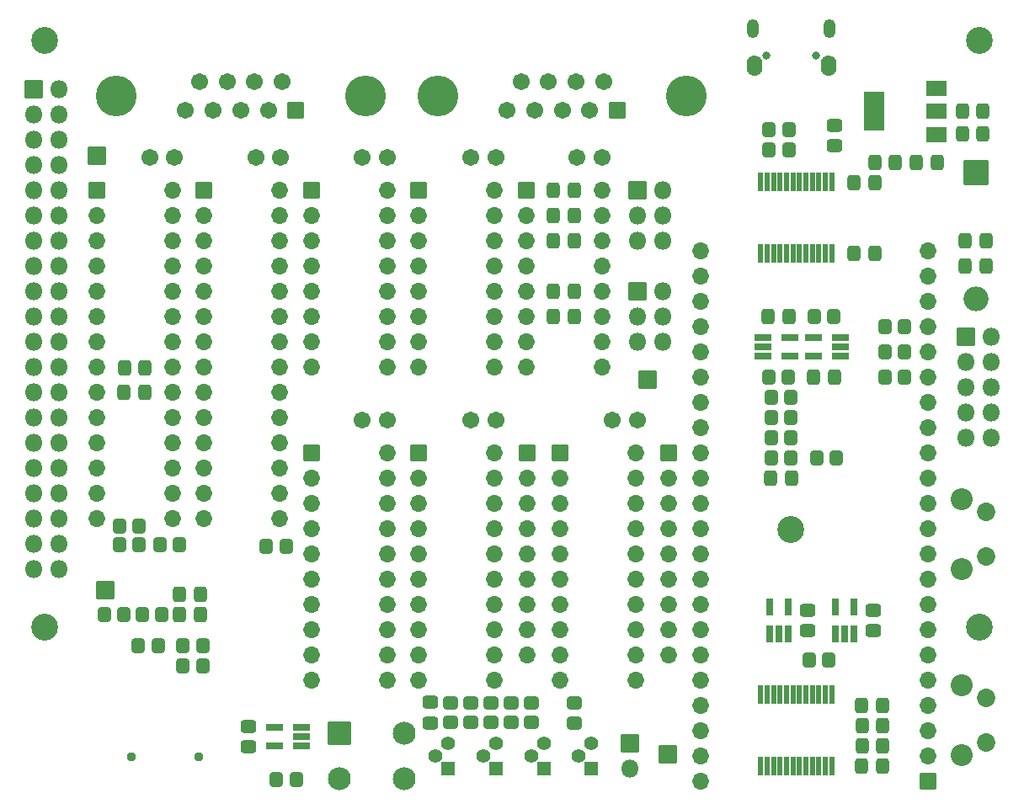
<source format=gbs>
G04 #@! TF.GenerationSoftware,KiCad,Pcbnew,7.0.2*
G04 #@! TF.CreationDate,2023-06-21T14:39:40-07:00*
G04 #@! TF.ProjectId,ESP32_Interface,45535033-325f-4496-9e74-657266616365,1*
G04 #@! TF.SameCoordinates,Original*
G04 #@! TF.FileFunction,Soldermask,Bot*
G04 #@! TF.FilePolarity,Negative*
%FSLAX46Y46*%
G04 Gerber Fmt 4.6, Leading zero omitted, Abs format (unit mm)*
G04 Created by KiCad (PCBNEW 7.0.2) date 2023-06-21 14:39:40*
%MOMM*%
%LPD*%
G01*
G04 APERTURE LIST*
G04 Aperture macros list*
%AMRoundRect*
0 Rectangle with rounded corners*
0 $1 Rounding radius*
0 $2 $3 $4 $5 $6 $7 $8 $9 X,Y pos of 4 corners*
0 Add a 4 corners polygon primitive as box body*
4,1,4,$2,$3,$4,$5,$6,$7,$8,$9,$2,$3,0*
0 Add four circle primitives for the rounded corners*
1,1,$1+$1,$2,$3*
1,1,$1+$1,$4,$5*
1,1,$1+$1,$6,$7*
1,1,$1+$1,$8,$9*
0 Add four rect primitives between the rounded corners*
20,1,$1+$1,$2,$3,$4,$5,0*
20,1,$1+$1,$4,$5,$6,$7,0*
20,1,$1+$1,$6,$7,$8,$9,0*
20,1,$1+$1,$8,$9,$2,$3,0*%
G04 Aperture macros list end*
%ADD10C,2.700000*%
%ADD11C,4.102000*%
%ADD12RoundRect,0.051000X0.800000X0.800000X-0.800000X0.800000X-0.800000X-0.800000X0.800000X-0.800000X0*%
%ADD13C,1.702000*%
%ADD14RoundRect,0.051000X0.650000X-0.650000X0.650000X0.650000X-0.650000X0.650000X-0.650000X-0.650000X0*%
%ADD15C,1.402000*%
%ADD16RoundRect,0.051000X-0.850000X-0.850000X0.850000X-0.850000X0.850000X0.850000X-0.850000X0.850000X0*%
%ADD17C,1.852000*%
%ADD18C,2.202000*%
%ADD19RoundRect,0.051000X-0.800000X-0.800000X0.800000X-0.800000X0.800000X0.800000X-0.800000X0.800000X0*%
%ADD20O,1.702000X1.702000*%
%ADD21RoundRect,0.051000X-1.200000X1.200000X-1.200000X-1.200000X1.200000X-1.200000X1.200000X1.200000X0*%
%ADD22O,2.502000X2.502000*%
%ADD23RoundRect,0.051000X-0.800000X0.800000X-0.800000X-0.800000X0.800000X-0.800000X0.800000X0.800000X0*%
%ADD24C,0.950000*%
%ADD25O,0.800000X0.800000*%
%ADD26O,1.252000X1.902000*%
%ADD27O,1.552000X2.102000*%
%ADD28RoundRect,0.051000X-1.100000X-1.100000X1.100000X-1.100000X1.100000X1.100000X-1.100000X1.100000X0*%
%ADD29C,2.302000*%
%ADD30O,1.802000X1.802000*%
%ADD31RoundRect,0.051000X0.800000X-0.800000X0.800000X0.800000X-0.800000X0.800000X-0.800000X-0.800000X0*%
%ADD32RoundRect,0.051000X0.850000X0.850000X-0.850000X0.850000X-0.850000X-0.850000X0.850000X-0.850000X0*%
%ADD33RoundRect,0.301000X0.337500X0.475000X-0.337500X0.475000X-0.337500X-0.475000X0.337500X-0.475000X0*%
%ADD34RoundRect,0.301000X0.350000X0.450000X-0.350000X0.450000X-0.350000X-0.450000X0.350000X-0.450000X0*%
%ADD35RoundRect,0.301000X0.450000X-0.350000X0.450000X0.350000X-0.450000X0.350000X-0.450000X-0.350000X0*%
%ADD36RoundRect,0.301000X-0.450000X0.350000X-0.450000X-0.350000X0.450000X-0.350000X0.450000X0.350000X0*%
%ADD37RoundRect,0.301000X-0.337500X-0.475000X0.337500X-0.475000X0.337500X0.475000X-0.337500X0.475000X0*%
%ADD38RoundRect,0.051000X0.325000X-0.780000X0.325000X0.780000X-0.325000X0.780000X-0.325000X-0.780000X0*%
%ADD39RoundRect,0.301000X-0.475000X0.337500X-0.475000X-0.337500X0.475000X-0.337500X0.475000X0.337500X0*%
%ADD40RoundRect,0.301000X-0.350000X-0.450000X0.350000X-0.450000X0.350000X0.450000X-0.350000X0.450000X0*%
%ADD41RoundRect,0.051000X0.225000X-0.875000X0.225000X0.875000X-0.225000X0.875000X-0.225000X-0.875000X0*%
%ADD42RoundRect,0.301000X0.475000X-0.337500X0.475000X0.337500X-0.475000X0.337500X-0.475000X-0.337500X0*%
%ADD43RoundRect,0.051000X0.780000X0.325000X-0.780000X0.325000X-0.780000X-0.325000X0.780000X-0.325000X0*%
%ADD44RoundRect,0.051000X-0.780000X-0.325000X0.780000X-0.325000X0.780000X0.325000X-0.780000X0.325000X0*%
%ADD45RoundRect,0.051000X1.000000X0.750000X-1.000000X0.750000X-1.000000X-0.750000X1.000000X-0.750000X0*%
%ADD46RoundRect,0.051000X1.000000X1.900000X-1.000000X1.900000X-1.000000X-1.900000X1.000000X-1.900000X0*%
G04 APERTURE END LIST*
D10*
X88000000Y-58000000D03*
X182000000Y-58000000D03*
X88000000Y-117000000D03*
X182000000Y-117000000D03*
X163000000Y-107190000D03*
D11*
X120206000Y-63604000D03*
X95206000Y-63604000D03*
D12*
X113246000Y-65024000D03*
D13*
X110476000Y-65024000D03*
X107706000Y-65024000D03*
X104936000Y-65024000D03*
X102166000Y-65024000D03*
X111861000Y-62184000D03*
X109091000Y-62184000D03*
X106321000Y-62184000D03*
X103551000Y-62184000D03*
D11*
X152527500Y-63604000D03*
X127527500Y-63604000D03*
D12*
X145567500Y-65024000D03*
D13*
X142797500Y-65024000D03*
X140027500Y-65024000D03*
X137257500Y-65024000D03*
X134487500Y-65024000D03*
X144182500Y-62184000D03*
X141412500Y-62184000D03*
X138642500Y-62184000D03*
X135872500Y-62184000D03*
D14*
X128524000Y-131268000D03*
D15*
X127254000Y-129988000D03*
X128524000Y-128728000D03*
D13*
X122414000Y-69770000D03*
X119914000Y-69770000D03*
D16*
X150622000Y-129794000D03*
D17*
X182680580Y-124137000D03*
X182680580Y-128637000D03*
D18*
X180190580Y-122887000D03*
X180190580Y-129897000D03*
D19*
X103999000Y-73072000D03*
D20*
X103999000Y-75612000D03*
X103999000Y-78152000D03*
X103999000Y-80692000D03*
X103999000Y-83232000D03*
X103999000Y-85772000D03*
X103999000Y-88312000D03*
X103999000Y-90852000D03*
X103999000Y-93392000D03*
X103999000Y-95932000D03*
X103999000Y-98472000D03*
X103999000Y-101012000D03*
X103999000Y-103552000D03*
X103999000Y-106092000D03*
X111619000Y-106092000D03*
X111619000Y-103552000D03*
X111619000Y-101012000D03*
X111619000Y-98472000D03*
X111619000Y-95932000D03*
X111619000Y-93392000D03*
X111619000Y-90852000D03*
X111619000Y-88312000D03*
X111619000Y-85772000D03*
X111619000Y-83232000D03*
X111619000Y-80692000D03*
X111619000Y-78152000D03*
X111619000Y-75612000D03*
X111619000Y-73072000D03*
D13*
X122414000Y-96186000D03*
X119914000Y-96186000D03*
D21*
X181596000Y-71294000D03*
D22*
X181596000Y-83994000D03*
D23*
X150735000Y-99488000D03*
D20*
X150735000Y-102028000D03*
X150735000Y-104568000D03*
X150735000Y-107108000D03*
X150735000Y-109648000D03*
X150735000Y-112188000D03*
X150735000Y-114728000D03*
X150735000Y-117268000D03*
X150735000Y-119808000D03*
D19*
X136384000Y-73072000D03*
D20*
X136384000Y-75612000D03*
X136384000Y-78152000D03*
X136384000Y-80692000D03*
X136384000Y-83232000D03*
X136384000Y-85772000D03*
X136384000Y-88312000D03*
X136384000Y-90852000D03*
X144004000Y-90852000D03*
X144004000Y-88312000D03*
X144004000Y-85772000D03*
X144004000Y-83232000D03*
X144004000Y-80692000D03*
X144004000Y-78152000D03*
X144004000Y-75612000D03*
X144004000Y-73072000D03*
D19*
X125589000Y-73072000D03*
D20*
X125589000Y-75612000D03*
X125589000Y-78152000D03*
X125589000Y-80692000D03*
X125589000Y-83232000D03*
X125589000Y-85772000D03*
X125589000Y-88312000D03*
X125589000Y-90852000D03*
X133209000Y-90852000D03*
X133209000Y-88312000D03*
X133209000Y-85772000D03*
X133209000Y-83232000D03*
X133209000Y-80692000D03*
X133209000Y-78152000D03*
X133209000Y-75612000D03*
X133209000Y-73072000D03*
D19*
X139813000Y-99488000D03*
D20*
X139813000Y-102028000D03*
X139813000Y-104568000D03*
X139813000Y-107108000D03*
X139813000Y-109648000D03*
X139813000Y-112188000D03*
X139813000Y-114728000D03*
X139813000Y-117268000D03*
X139813000Y-119808000D03*
X139813000Y-122348000D03*
X147433000Y-122348000D03*
X147433000Y-119808000D03*
X147433000Y-117268000D03*
X147433000Y-114728000D03*
X147433000Y-112188000D03*
X147433000Y-109648000D03*
X147433000Y-107108000D03*
X147433000Y-104568000D03*
X147433000Y-102028000D03*
X147433000Y-99488000D03*
D24*
X96695000Y-130021500D03*
X103495000Y-130021500D03*
D13*
X147560000Y-96186000D03*
X145060000Y-96186000D03*
D23*
X136511000Y-99488000D03*
D20*
X136511000Y-102028000D03*
X136511000Y-104568000D03*
X136511000Y-107108000D03*
X136511000Y-109648000D03*
X136511000Y-112188000D03*
X136511000Y-114728000D03*
X136511000Y-117268000D03*
X136511000Y-119808000D03*
D14*
X133350000Y-131238000D03*
D15*
X132080000Y-129958000D03*
X133350000Y-128698000D03*
D25*
X165554000Y-59539400D03*
X160554000Y-59539400D03*
D26*
X166929000Y-56789400D03*
D27*
X166779000Y-60589400D03*
X159329000Y-60589400D03*
D26*
X159179000Y-56789400D03*
D13*
X98558000Y-69770000D03*
X101058000Y-69770000D03*
D16*
X93204000Y-69596000D03*
D14*
X138176000Y-131238000D03*
D15*
X136906000Y-129958000D03*
X138176000Y-128698000D03*
D28*
X117654000Y-127718000D03*
D29*
X124154000Y-127718000D03*
X117654000Y-132218000D03*
X124154000Y-132218000D03*
D19*
X125589000Y-99488000D03*
D20*
X125589000Y-102028000D03*
X125589000Y-104568000D03*
X125589000Y-107108000D03*
X125589000Y-109648000D03*
X125589000Y-112188000D03*
X125589000Y-114728000D03*
X125589000Y-117268000D03*
X125589000Y-119808000D03*
X125589000Y-122348000D03*
X133209000Y-122348000D03*
X133209000Y-119808000D03*
X133209000Y-117268000D03*
X133209000Y-114728000D03*
X133209000Y-112188000D03*
X133209000Y-109648000D03*
X133209000Y-107108000D03*
X133209000Y-104568000D03*
X133209000Y-102028000D03*
X133209000Y-99488000D03*
D16*
X147560000Y-73072000D03*
D30*
X150100000Y-73072000D03*
X147560000Y-75612000D03*
X150100000Y-75612000D03*
X147560000Y-78152000D03*
X150100000Y-78152000D03*
D19*
X114794000Y-99488000D03*
D20*
X114794000Y-102028000D03*
X114794000Y-104568000D03*
X114794000Y-107108000D03*
X114794000Y-109648000D03*
X114794000Y-112188000D03*
X114794000Y-114728000D03*
X114794000Y-117268000D03*
X114794000Y-119808000D03*
X114794000Y-122348000D03*
X122414000Y-122348000D03*
X122414000Y-119808000D03*
X122414000Y-117268000D03*
X122414000Y-114728000D03*
X122414000Y-112188000D03*
X122414000Y-109648000D03*
X122414000Y-107108000D03*
X122414000Y-104568000D03*
X122414000Y-102028000D03*
X122414000Y-99488000D03*
D31*
X176770000Y-132508000D03*
D20*
X176770000Y-129968000D03*
X176770000Y-127428000D03*
X176770000Y-124888000D03*
X176770000Y-122348000D03*
X176770000Y-119808000D03*
X176770000Y-117268000D03*
X176770000Y-114728000D03*
X176770000Y-112188000D03*
X176770000Y-109648000D03*
X176770000Y-107108000D03*
X176770000Y-104568000D03*
X176770000Y-102028000D03*
X176770000Y-99488000D03*
X176770000Y-96948000D03*
X176770000Y-94408000D03*
X176770000Y-91868000D03*
X176770000Y-89328000D03*
X176770000Y-86788000D03*
X176773680Y-84250720D03*
X176773680Y-81710720D03*
X176773680Y-79170720D03*
X153910000Y-79168000D03*
X153910000Y-81708000D03*
X153910000Y-84248000D03*
X153910000Y-86788000D03*
X153910000Y-89328000D03*
X153910000Y-91868000D03*
X153910000Y-94408000D03*
X153910000Y-96948000D03*
X153910000Y-99488000D03*
X153910000Y-102028000D03*
X153910000Y-104568000D03*
X153910000Y-107108000D03*
X153910000Y-109648000D03*
X153910000Y-112188000D03*
X153910000Y-114728000D03*
X153910000Y-117268000D03*
X153910000Y-119808000D03*
X153910000Y-122348000D03*
X153910000Y-124888000D03*
X153910000Y-127428000D03*
X153910000Y-129968000D03*
X153910000Y-132508000D03*
D16*
X94107000Y-113284000D03*
D19*
X114794000Y-73072000D03*
D20*
X114794000Y-75612000D03*
X114794000Y-78152000D03*
X114794000Y-80692000D03*
X114794000Y-83232000D03*
X114794000Y-85772000D03*
X114794000Y-88312000D03*
X114794000Y-90852000D03*
X122414000Y-90852000D03*
X122414000Y-88312000D03*
X122414000Y-85772000D03*
X122414000Y-83232000D03*
X122414000Y-80692000D03*
X122414000Y-78152000D03*
X122414000Y-75612000D03*
X122414000Y-73072000D03*
D16*
X148576000Y-92122000D03*
X180575000Y-87809000D03*
D30*
X183115000Y-87809000D03*
X180575000Y-90349000D03*
X183115000Y-90349000D03*
X180575000Y-92889000D03*
X183115000Y-92889000D03*
X180575000Y-95429000D03*
X183115000Y-95429000D03*
X180575000Y-97969000D03*
X183115000Y-97969000D03*
D14*
X142944000Y-131238000D03*
D15*
X141674000Y-129958000D03*
X142944000Y-128698000D03*
D13*
X133336000Y-96186000D03*
X130836000Y-96186000D03*
D17*
X182681500Y-105412000D03*
X182681500Y-109912000D03*
D18*
X180191500Y-104162000D03*
X180191500Y-111172000D03*
D19*
X93204000Y-73072000D03*
D20*
X93204000Y-75612000D03*
X93204000Y-78152000D03*
X93204000Y-80692000D03*
X93204000Y-83232000D03*
X93204000Y-85772000D03*
X93204000Y-88312000D03*
X93204000Y-90852000D03*
X93204000Y-93392000D03*
X93204000Y-95932000D03*
X93204000Y-98472000D03*
X93204000Y-101012000D03*
X93204000Y-103552000D03*
X93204000Y-106092000D03*
X100824000Y-106092000D03*
X100824000Y-103552000D03*
X100824000Y-101012000D03*
X100824000Y-98472000D03*
X100824000Y-95932000D03*
X100824000Y-93392000D03*
X100824000Y-90852000D03*
X100824000Y-88312000D03*
X100824000Y-85772000D03*
X100824000Y-83232000D03*
X100824000Y-80692000D03*
X100824000Y-78152000D03*
X100824000Y-75612000D03*
X100824000Y-73072000D03*
D13*
X144004000Y-69770000D03*
X141504000Y-69770000D03*
D16*
X146812000Y-128693000D03*
D30*
X146812000Y-131233000D03*
D13*
X133336000Y-69770000D03*
X130836000Y-69770000D03*
D16*
X147555000Y-83247000D03*
D30*
X150095000Y-83247000D03*
X147555000Y-85787000D03*
X150095000Y-85787000D03*
X147555000Y-88327000D03*
X150095000Y-88327000D03*
D13*
X109226000Y-69770000D03*
X111726000Y-69770000D03*
D32*
X86854000Y-62912000D03*
D30*
X86854000Y-65452000D03*
X86854000Y-67992000D03*
X86854000Y-70532000D03*
X86854000Y-73072000D03*
X86854000Y-75612000D03*
X86854000Y-78152000D03*
X86854000Y-80692000D03*
X86854000Y-83232000D03*
X86854000Y-85772000D03*
X86854000Y-88312000D03*
X86854000Y-90852000D03*
X86854000Y-93392000D03*
X86854000Y-95932000D03*
X86854000Y-98472000D03*
X86854000Y-101012000D03*
X86854000Y-103552000D03*
X86854000Y-106092000D03*
X86854000Y-108632000D03*
X86854000Y-111172000D03*
X89394000Y-111172000D03*
X89394000Y-108632000D03*
X89394000Y-106092000D03*
X89394000Y-103552000D03*
X89394000Y-101012000D03*
X89394000Y-98472000D03*
X89394000Y-95932000D03*
X89394000Y-93392000D03*
X89394000Y-90852000D03*
X89394000Y-88312000D03*
X89394000Y-85772000D03*
X89394000Y-83232000D03*
X89394000Y-80692000D03*
X89394000Y-78152000D03*
X89394000Y-75612000D03*
X89394000Y-73072000D03*
X89394000Y-70532000D03*
X89394000Y-67992000D03*
X89394000Y-65452000D03*
X89394000Y-62912000D03*
D33*
X177694500Y-70278000D03*
X175619500Y-70278000D03*
D34*
X162814000Y-69008000D03*
X160814000Y-69008000D03*
D35*
X141224000Y-126634000D03*
X141224000Y-124634000D03*
D36*
X130824000Y-124628500D03*
X130824000Y-126628500D03*
D37*
X95976500Y-93392000D03*
X98051500Y-93392000D03*
D38*
X162748000Y-117682000D03*
X161798000Y-117682000D03*
X160848000Y-117682000D03*
X160848000Y-114982000D03*
X162748000Y-114982000D03*
D33*
X141231500Y-73072000D03*
X139156500Y-73072000D03*
D34*
X162798000Y-66976000D03*
X160798000Y-66976000D03*
D36*
X132856000Y-124628500D03*
X132856000Y-126628500D03*
D39*
X108458000Y-126978500D03*
X108458000Y-129053500D03*
D34*
X166848000Y-120316000D03*
X164848000Y-120316000D03*
D40*
X161038000Y-97964000D03*
X163038000Y-97964000D03*
D34*
X174468000Y-91868000D03*
X172468000Y-91868000D03*
D37*
X160979000Y-102028000D03*
X163054000Y-102028000D03*
D34*
X163038000Y-93900000D03*
X161038000Y-93900000D03*
D37*
X169382500Y-79422000D03*
X171457500Y-79422000D03*
D40*
X95506000Y-106854000D03*
X97506000Y-106854000D03*
D37*
X171428500Y-70278000D03*
X173503500Y-70278000D03*
D39*
X164719000Y-115294500D03*
X164719000Y-117369500D03*
D37*
X180558500Y-80692000D03*
X182633500Y-80692000D03*
X101564500Y-113712000D03*
X103639500Y-113712000D03*
D34*
X167610000Y-99996000D03*
X165610000Y-99996000D03*
D37*
X101564500Y-115744000D03*
X103639500Y-115744000D03*
D40*
X161038000Y-95932000D03*
X163038000Y-95932000D03*
D41*
X167137000Y-79466000D03*
X166487000Y-79466000D03*
X165837000Y-79466000D03*
X165187000Y-79466000D03*
X164537000Y-79466000D03*
X163887000Y-79466000D03*
X163237000Y-79466000D03*
X162587000Y-79466000D03*
X161937000Y-79466000D03*
X161287000Y-79466000D03*
X160637000Y-79466000D03*
X159987000Y-79466000D03*
X159987000Y-72266000D03*
X160637000Y-72266000D03*
X161287000Y-72266000D03*
X161937000Y-72266000D03*
X162587000Y-72266000D03*
X163237000Y-72266000D03*
X163887000Y-72266000D03*
X164537000Y-72266000D03*
X165187000Y-72266000D03*
X165837000Y-72266000D03*
X166487000Y-72266000D03*
X167137000Y-72266000D03*
D40*
X165340000Y-85772000D03*
X167340000Y-85772000D03*
D34*
X103870000Y-120904000D03*
X101870000Y-120904000D03*
D37*
X180235000Y-67434800D03*
X182310000Y-67434800D03*
D42*
X167386000Y-68601500D03*
X167386000Y-66526500D03*
D43*
X167976000Y-87870000D03*
X167976000Y-88820000D03*
X167976000Y-89770000D03*
X165276000Y-89770000D03*
X165276000Y-87870000D03*
D37*
X165318500Y-91868000D03*
X167393500Y-91868000D03*
D36*
X128792000Y-124628500D03*
X128792000Y-126628500D03*
D40*
X97425000Y-118872000D03*
X99425000Y-118872000D03*
D41*
X167137000Y-131028000D03*
X166487000Y-131028000D03*
X165837000Y-131028000D03*
X165187000Y-131028000D03*
X164537000Y-131028000D03*
X163887000Y-131028000D03*
X163237000Y-131028000D03*
X162587000Y-131028000D03*
X161937000Y-131028000D03*
X161287000Y-131028000D03*
X160637000Y-131028000D03*
X159987000Y-131028000D03*
X159987000Y-123828000D03*
X160637000Y-123828000D03*
X161287000Y-123828000D03*
X161937000Y-123828000D03*
X162587000Y-123828000D03*
X163237000Y-123828000D03*
X163887000Y-123828000D03*
X164537000Y-123828000D03*
X165187000Y-123828000D03*
X165837000Y-123828000D03*
X166487000Y-123828000D03*
X167137000Y-123828000D03*
D36*
X134888000Y-124628500D03*
X134888000Y-126628500D03*
D34*
X174468000Y-89328000D03*
X172468000Y-89328000D03*
D37*
X139156500Y-78152000D03*
X141231500Y-78152000D03*
D34*
X112254000Y-108886000D03*
X110254000Y-108886000D03*
X103870000Y-118872000D03*
X101870000Y-118872000D03*
X101570000Y-108759000D03*
X99570000Y-108759000D03*
D36*
X136920000Y-124628500D03*
X136920000Y-126628500D03*
D40*
X161038000Y-99996000D03*
X163038000Y-99996000D03*
D37*
X180558500Y-78152000D03*
X182633500Y-78152000D03*
D43*
X113770400Y-127066000D03*
X113770400Y-128016000D03*
X113770400Y-128966000D03*
X111070400Y-128966000D03*
X111070400Y-127066000D03*
D33*
X141231500Y-83232000D03*
X139156500Y-83232000D03*
D37*
X170144500Y-124888000D03*
X172219500Y-124888000D03*
D38*
X169352000Y-117682000D03*
X168402000Y-117682000D03*
X167452000Y-117682000D03*
X167452000Y-114982000D03*
X169352000Y-114982000D03*
D34*
X95982000Y-115744000D03*
X93982000Y-115744000D03*
D44*
X160196000Y-89770000D03*
X160196000Y-88820000D03*
X160196000Y-87870000D03*
X162896000Y-87870000D03*
X162896000Y-89770000D03*
D39*
X171323000Y-115294500D03*
X171323000Y-117369500D03*
D37*
X95990500Y-90932000D03*
X98065500Y-90932000D03*
X139156500Y-85772000D03*
X141231500Y-85772000D03*
D33*
X172241000Y-128952000D03*
X170166000Y-128952000D03*
X172241000Y-126920000D03*
X170166000Y-126920000D03*
D45*
X177691500Y-62848800D03*
X177691500Y-65148800D03*
X177691500Y-67448800D03*
D46*
X171391500Y-65148800D03*
D40*
X95506000Y-108759000D03*
X97506000Y-108759000D03*
D37*
X169382500Y-72310000D03*
X171457500Y-72310000D03*
D34*
X99792000Y-115744000D03*
X97792000Y-115744000D03*
X162784000Y-91868000D03*
X160784000Y-91868000D03*
D39*
X126760000Y-124591000D03*
X126760000Y-126666000D03*
D37*
X180235000Y-65148800D03*
X182310000Y-65148800D03*
D33*
X172219500Y-130984000D03*
X170144500Y-130984000D03*
X162800000Y-85772000D03*
X160725000Y-85772000D03*
D40*
X111268000Y-132334000D03*
X113268000Y-132334000D03*
D37*
X139156500Y-75612000D03*
X141231500Y-75612000D03*
D40*
X172468000Y-86788000D03*
X174468000Y-86788000D03*
M02*

</source>
